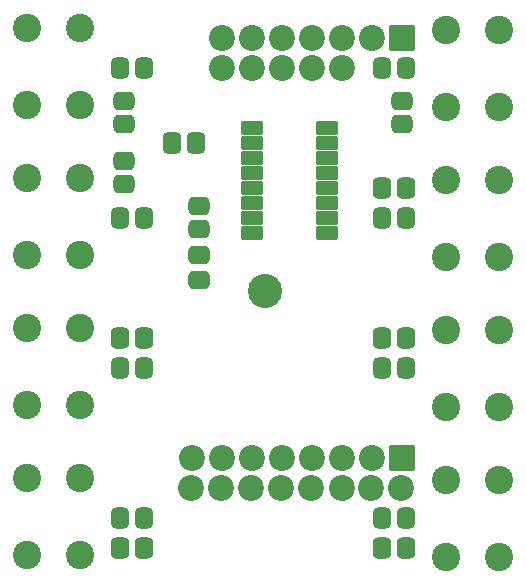
<source format=gbr>
G04 #@! TF.GenerationSoftware,KiCad,Pcbnew,6.0.11-2627ca5db0~126~ubuntu22.04.1*
G04 #@! TF.CreationDate,2023-12-06T10:13:38+01:00*
G04 #@! TF.ProjectId,pushbutton8,70757368-6275-4747-946f-6e382e6b6963,3*
G04 #@! TF.SameCoordinates,PX6657f38PY8eeaea0*
G04 #@! TF.FileFunction,Soldermask,Top*
G04 #@! TF.FilePolarity,Negative*
%FSLAX46Y46*%
G04 Gerber Fmt 4.6, Leading zero omitted, Abs format (unit mm)*
G04 Created by KiCad (PCBNEW 6.0.11-2627ca5db0~126~ubuntu22.04.1) date 2023-12-06 10:13:38*
%MOMM*%
%LPD*%
G01*
G04 APERTURE LIST*
G04 Aperture macros list*
%AMRoundRect*
0 Rectangle with rounded corners*
0 $1 Rounding radius*
0 $2 $3 $4 $5 $6 $7 $8 $9 X,Y pos of 4 corners*
0 Add a 4 corners polygon primitive as box body*
4,1,4,$2,$3,$4,$5,$6,$7,$8,$9,$2,$3,0*
0 Add four circle primitives for the rounded corners*
1,1,$1+$1,$2,$3*
1,1,$1+$1,$4,$5*
1,1,$1+$1,$6,$7*
1,1,$1+$1,$8,$9*
0 Add four rect primitives between the rounded corners*
20,1,$1+$1,$2,$3,$4,$5,0*
20,1,$1+$1,$4,$5,$6,$7,0*
20,1,$1+$1,$6,$7,$8,$9,0*
20,1,$1+$1,$8,$9,$2,$3,0*%
G04 Aperture macros list end*
%ADD10RoundRect,0.450000X-0.475000X0.337500X-0.475000X-0.337500X0.475000X-0.337500X0.475000X0.337500X0*%
%ADD11RoundRect,0.450000X0.337500X0.475000X-0.337500X0.475000X-0.337500X-0.475000X0.337500X-0.475000X0*%
%ADD12RoundRect,0.450000X0.325000X0.450000X-0.325000X0.450000X-0.325000X-0.450000X0.325000X-0.450000X0*%
%ADD13RoundRect,0.450000X-0.325000X-0.450000X0.325000X-0.450000X0.325000X0.450000X-0.325000X0.450000X0*%
%ADD14RoundRect,0.450000X-0.450000X0.350000X-0.450000X-0.350000X0.450000X-0.350000X0.450000X0.350000X0*%
%ADD15RoundRect,0.450000X0.450000X-0.350000X0.450000X0.350000X-0.450000X0.350000X-0.450000X-0.350000X0*%
%ADD16RoundRect,0.450000X-0.350000X-0.450000X0.350000X-0.450000X0.350000X0.450000X-0.350000X0.450000X0*%
%ADD17RoundRect,0.450000X0.350000X0.450000X-0.350000X0.450000X-0.350000X-0.450000X0.350000X-0.450000X0*%
%ADD18C,2.400000*%
%ADD19RoundRect,0.200000X0.750000X-0.381000X0.750000X0.381000X-0.750000X0.381000X-0.750000X-0.381000X0*%
%ADD20C,2.900000*%
%ADD21RoundRect,0.200000X-0.900000X-0.900000X0.900000X-0.900000X0.900000X0.900000X-0.900000X0.900000X0*%
%ADD22C,2.200000*%
G04 APERTURE END LIST*
D10*
X14605000Y25400000D03*
X14605000Y23325000D03*
D11*
X14372500Y34925000D03*
X12297500Y34925000D03*
D12*
X9915000Y41275000D03*
X7865000Y41275000D03*
X9915000Y28575000D03*
X7865000Y28575000D03*
X9915000Y15875000D03*
X7865000Y15875000D03*
X9915000Y3175000D03*
X7865000Y3175000D03*
D13*
X30090000Y41275000D03*
X32140000Y41275000D03*
X30090000Y28575000D03*
X32140000Y28575000D03*
X30090000Y15875000D03*
X32140000Y15875000D03*
D12*
X32140000Y3175000D03*
X30090000Y3175000D03*
D14*
X8255000Y38465000D03*
X8255000Y36465000D03*
D15*
X8255000Y31385000D03*
X8255000Y33385000D03*
D16*
X7890000Y18415000D03*
X9890000Y18415000D03*
X7890000Y635000D03*
X9890000Y635000D03*
D14*
X31750000Y38465000D03*
X31750000Y36465000D03*
D17*
X32115000Y31115000D03*
X30115000Y31115000D03*
X32115000Y18415000D03*
X30115000Y18415000D03*
D16*
X30115000Y635000D03*
X32115000Y635000D03*
D15*
X14605000Y27575000D03*
X14605000Y29575000D03*
D18*
X0Y38100000D03*
X0Y44600000D03*
X4500000Y38100000D03*
X4500000Y44600000D03*
X0Y25400000D03*
X0Y31900000D03*
X4500000Y25400000D03*
X4500000Y31900000D03*
X0Y12700000D03*
X0Y19200000D03*
X4500000Y19200000D03*
X4500000Y12700000D03*
X0Y6500000D03*
X0Y0D03*
X4500000Y0D03*
X4500000Y6500000D03*
X40005000Y44450000D03*
X40005000Y37950000D03*
X35505000Y44450000D03*
X35505000Y37950000D03*
X40005000Y25250000D03*
X40005000Y31750000D03*
X35505000Y25250000D03*
X35505000Y31750000D03*
X40005000Y12550000D03*
X40005000Y19050000D03*
X35505000Y12550000D03*
X35505000Y19050000D03*
X40005000Y-150000D03*
X40005000Y6350000D03*
X35505000Y-150000D03*
X35505000Y6350000D03*
D19*
X25400000Y27305000D03*
X25400000Y28575000D03*
X25400000Y29845000D03*
X25400000Y31115000D03*
X25400000Y32385000D03*
X25400000Y33655000D03*
X25400000Y34925000D03*
X25400000Y36195000D03*
X19050000Y36195000D03*
X19050000Y34925000D03*
X19050000Y33655000D03*
X19050000Y32385000D03*
X19050000Y31115000D03*
X19050000Y29845000D03*
X19050000Y28575000D03*
X19050000Y27305000D03*
D20*
X20185000Y22360000D03*
D21*
X31750000Y8255000D03*
D22*
X31720000Y5715000D03*
X29210000Y8255000D03*
X29180000Y5715000D03*
X26670000Y8255000D03*
X26670000Y5715000D03*
X24130000Y8255000D03*
X24100000Y5715000D03*
X21590000Y8255000D03*
X21560000Y5715000D03*
X19050000Y8255000D03*
X19020000Y5715000D03*
X16510000Y8255000D03*
X16480000Y5715000D03*
X13970000Y8255000D03*
X13940000Y5715000D03*
D21*
X31750000Y43815000D03*
D22*
X29210000Y43815000D03*
X26670000Y43815000D03*
X26670000Y41275000D03*
X24130000Y43815000D03*
X24130000Y41275000D03*
X21590000Y43815000D03*
X21590000Y41275000D03*
X19050000Y43815000D03*
X19050000Y41275000D03*
X16510000Y43815000D03*
X16510000Y41275000D03*
M02*

</source>
